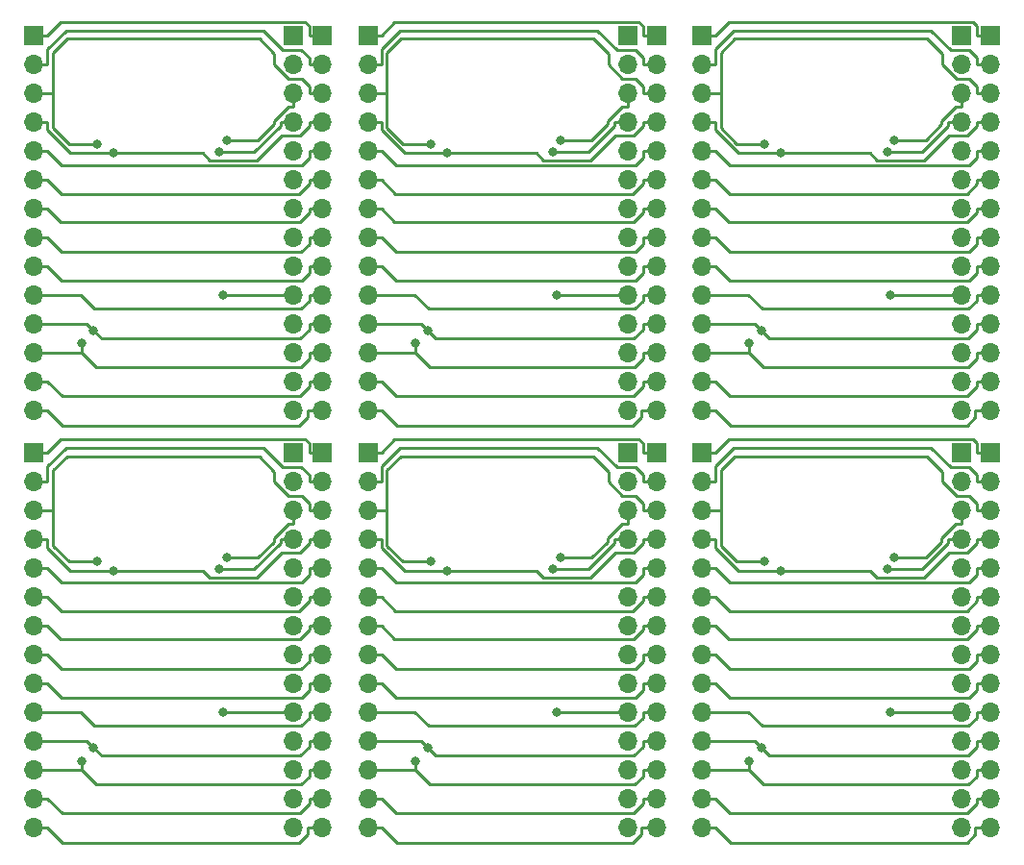
<source format=gbr>
G04 #@! TF.GenerationSoftware,KiCad,Pcbnew,5.1.5+dfsg1-2build2*
G04 #@! TF.CreationDate,2022-08-21T19:05:58-05:00*
G04 #@! TF.ProjectId,,58585858-5858-4585-9858-585858585858,rev?*
G04 #@! TF.SameCoordinates,Original*
G04 #@! TF.FileFunction,Copper,L2,Bot*
G04 #@! TF.FilePolarity,Positive*
%FSLAX46Y46*%
G04 Gerber Fmt 4.6, Leading zero omitted, Abs format (unit mm)*
G04 Created by KiCad (PCBNEW 5.1.5+dfsg1-2build2) date 2022-08-21 19:05:58*
%MOMM*%
%LPD*%
G04 APERTURE LIST*
%ADD10R,1.700000X1.700000*%
%ADD11O,1.700000X1.700000*%
%ADD12C,0.800000*%
%ADD13C,0.250000*%
G04 APERTURE END LIST*
D10*
X176763800Y-84865720D03*
D11*
X176763800Y-87405720D03*
X176763800Y-89945720D03*
X176763800Y-92485720D03*
X176763800Y-95025720D03*
X176763800Y-97565720D03*
X176763800Y-100105720D03*
X176763800Y-102645720D03*
X176763800Y-105185720D03*
X176763800Y-107725720D03*
X176763800Y-110265720D03*
X176763800Y-112805720D03*
X176763800Y-115345720D03*
X176763800Y-117885720D03*
D10*
X147363800Y-84865720D03*
D11*
X147363800Y-87405720D03*
X147363800Y-89945720D03*
X147363800Y-92485720D03*
X147363800Y-95025720D03*
X147363800Y-97565720D03*
X147363800Y-100105720D03*
X147363800Y-102645720D03*
X147363800Y-105185720D03*
X147363800Y-107725720D03*
X147363800Y-110265720D03*
X147363800Y-112805720D03*
X147363800Y-115345720D03*
X147363800Y-117885720D03*
D10*
X117963800Y-84865720D03*
D11*
X117963800Y-87405720D03*
X117963800Y-89945720D03*
X117963800Y-92485720D03*
X117963800Y-95025720D03*
X117963800Y-97565720D03*
X117963800Y-100105720D03*
X117963800Y-102645720D03*
X117963800Y-105185720D03*
X117963800Y-107725720D03*
X117963800Y-110265720D03*
X117963800Y-112805720D03*
X117963800Y-115345720D03*
X117963800Y-117885720D03*
D10*
X176763800Y-48105720D03*
D11*
X176763800Y-50645720D03*
X176763800Y-53185720D03*
X176763800Y-55725720D03*
X176763800Y-58265720D03*
X176763800Y-60805720D03*
X176763800Y-63345720D03*
X176763800Y-65885720D03*
X176763800Y-68425720D03*
X176763800Y-70965720D03*
X176763800Y-73505720D03*
X176763800Y-76045720D03*
X176763800Y-78585720D03*
X176763800Y-81125720D03*
D10*
X147363800Y-48105720D03*
D11*
X147363800Y-50645720D03*
X147363800Y-53185720D03*
X147363800Y-55725720D03*
X147363800Y-58265720D03*
X147363800Y-60805720D03*
X147363800Y-63345720D03*
X147363800Y-65885720D03*
X147363800Y-68425720D03*
X147363800Y-70965720D03*
X147363800Y-73505720D03*
X147363800Y-76045720D03*
X147363800Y-78585720D03*
X147363800Y-81125720D03*
D10*
X151363800Y-84865720D03*
D11*
X151363800Y-87405720D03*
X151363800Y-89945720D03*
X151363800Y-92485720D03*
X151363800Y-95025720D03*
X151363800Y-97565720D03*
X151363800Y-100105720D03*
X151363800Y-102645720D03*
X151363800Y-105185720D03*
X151363800Y-107725720D03*
X151363800Y-110265720D03*
X151363800Y-112805720D03*
X151363800Y-115345720D03*
X151363800Y-117885720D03*
D10*
X121963800Y-84865720D03*
D11*
X121963800Y-87405720D03*
X121963800Y-89945720D03*
X121963800Y-92485720D03*
X121963800Y-95025720D03*
X121963800Y-97565720D03*
X121963800Y-100105720D03*
X121963800Y-102645720D03*
X121963800Y-105185720D03*
X121963800Y-107725720D03*
X121963800Y-110265720D03*
X121963800Y-112805720D03*
X121963800Y-115345720D03*
X121963800Y-117885720D03*
D10*
X92563800Y-84865720D03*
D11*
X92563800Y-87405720D03*
X92563800Y-89945720D03*
X92563800Y-92485720D03*
X92563800Y-95025720D03*
X92563800Y-97565720D03*
X92563800Y-100105720D03*
X92563800Y-102645720D03*
X92563800Y-105185720D03*
X92563800Y-107725720D03*
X92563800Y-110265720D03*
X92563800Y-112805720D03*
X92563800Y-115345720D03*
X92563800Y-117885720D03*
D10*
X151363800Y-48105720D03*
D11*
X151363800Y-50645720D03*
X151363800Y-53185720D03*
X151363800Y-55725720D03*
X151363800Y-58265720D03*
X151363800Y-60805720D03*
X151363800Y-63345720D03*
X151363800Y-65885720D03*
X151363800Y-68425720D03*
X151363800Y-70965720D03*
X151363800Y-73505720D03*
X151363800Y-76045720D03*
X151363800Y-78585720D03*
X151363800Y-81125720D03*
D10*
X121963800Y-48105720D03*
D11*
X121963800Y-50645720D03*
X121963800Y-53185720D03*
X121963800Y-55725720D03*
X121963800Y-58265720D03*
X121963800Y-60805720D03*
X121963800Y-63345720D03*
X121963800Y-65885720D03*
X121963800Y-68425720D03*
X121963800Y-70965720D03*
X121963800Y-73505720D03*
X121963800Y-76045720D03*
X121963800Y-78585720D03*
X121963800Y-81125720D03*
D10*
X174223800Y-84865720D03*
D11*
X174223800Y-87405720D03*
X174223800Y-89945720D03*
X174223800Y-92485720D03*
X174223800Y-95025720D03*
X174223800Y-97565720D03*
X174223800Y-100105720D03*
X174223800Y-102645720D03*
X174223800Y-105185720D03*
X174223800Y-107725720D03*
X174223800Y-110265720D03*
X174223800Y-112805720D03*
X174223800Y-115345720D03*
X174223800Y-117885720D03*
D10*
X144823800Y-84865720D03*
D11*
X144823800Y-87405720D03*
X144823800Y-89945720D03*
X144823800Y-92485720D03*
X144823800Y-95025720D03*
X144823800Y-97565720D03*
X144823800Y-100105720D03*
X144823800Y-102645720D03*
X144823800Y-105185720D03*
X144823800Y-107725720D03*
X144823800Y-110265720D03*
X144823800Y-112805720D03*
X144823800Y-115345720D03*
X144823800Y-117885720D03*
D10*
X115423800Y-84865720D03*
D11*
X115423800Y-87405720D03*
X115423800Y-89945720D03*
X115423800Y-92485720D03*
X115423800Y-95025720D03*
X115423800Y-97565720D03*
X115423800Y-100105720D03*
X115423800Y-102645720D03*
X115423800Y-105185720D03*
X115423800Y-107725720D03*
X115423800Y-110265720D03*
X115423800Y-112805720D03*
X115423800Y-115345720D03*
X115423800Y-117885720D03*
D10*
X174223800Y-48105720D03*
D11*
X174223800Y-50645720D03*
X174223800Y-53185720D03*
X174223800Y-55725720D03*
X174223800Y-58265720D03*
X174223800Y-60805720D03*
X174223800Y-63345720D03*
X174223800Y-65885720D03*
X174223800Y-68425720D03*
X174223800Y-70965720D03*
X174223800Y-73505720D03*
X174223800Y-76045720D03*
X174223800Y-78585720D03*
X174223800Y-81125720D03*
D10*
X144823800Y-48105720D03*
D11*
X144823800Y-50645720D03*
X144823800Y-53185720D03*
X144823800Y-55725720D03*
X144823800Y-58265720D03*
X144823800Y-60805720D03*
X144823800Y-63345720D03*
X144823800Y-65885720D03*
X144823800Y-68425720D03*
X144823800Y-70965720D03*
X144823800Y-73505720D03*
X144823800Y-76045720D03*
X144823800Y-78585720D03*
X144823800Y-81125720D03*
X117963800Y-81125720D03*
X117963800Y-78585720D03*
X117963800Y-76045720D03*
X117963800Y-73505720D03*
X117963800Y-70965720D03*
X117963800Y-68425720D03*
X117963800Y-65885720D03*
X117963800Y-63345720D03*
X117963800Y-60805720D03*
X117963800Y-58265720D03*
X117963800Y-55725720D03*
X117963800Y-53185720D03*
X117963800Y-50645720D03*
D10*
X117963800Y-48105720D03*
D11*
X115423800Y-81125720D03*
X115423800Y-78585720D03*
X115423800Y-76045720D03*
X115423800Y-73505720D03*
X115423800Y-70965720D03*
X115423800Y-68425720D03*
X115423800Y-65885720D03*
X115423800Y-63345720D03*
X115423800Y-60805720D03*
X115423800Y-58265720D03*
X115423800Y-55725720D03*
X115423800Y-53185720D03*
X115423800Y-50645720D03*
D10*
X115423800Y-48105720D03*
D11*
X92563800Y-81125720D03*
X92563800Y-78585720D03*
X92563800Y-76045720D03*
X92563800Y-73505720D03*
X92563800Y-70965720D03*
X92563800Y-68425720D03*
X92563800Y-65885720D03*
X92563800Y-63345720D03*
X92563800Y-60805720D03*
X92563800Y-58265720D03*
X92563800Y-55725720D03*
X92563800Y-53185720D03*
X92563800Y-50645720D03*
D10*
X92563800Y-48105720D03*
D12*
X109189520Y-70947280D03*
X138589520Y-70947280D03*
X167989520Y-70947280D03*
X109189520Y-107707280D03*
X138589520Y-107707280D03*
X167989520Y-107707280D03*
X96740800Y-75254820D03*
X126140800Y-75254820D03*
X155540800Y-75254820D03*
X96740800Y-112014820D03*
X126140800Y-112014820D03*
X155540800Y-112014820D03*
X97800160Y-74086720D03*
X127200160Y-74086720D03*
X156600160Y-74086720D03*
X97800160Y-110846720D03*
X127200160Y-110846720D03*
X156600160Y-110846720D03*
X99552760Y-58496200D03*
X128952760Y-58496200D03*
X158352760Y-58496200D03*
X99552760Y-95256200D03*
X128952760Y-95256200D03*
X158352760Y-95256200D03*
X98099880Y-57668160D03*
X127499880Y-57668160D03*
X156899880Y-57668160D03*
X98099880Y-94428160D03*
X127499880Y-94428160D03*
X156899880Y-94428160D03*
X108884720Y-58352220D03*
X138284720Y-58352220D03*
X167684720Y-58352220D03*
X108884720Y-95112220D03*
X138284720Y-95112220D03*
X167684720Y-95112220D03*
X109540040Y-57353200D03*
X138940040Y-57353200D03*
X168340040Y-57353200D03*
X109540040Y-94113200D03*
X138940040Y-94113200D03*
X168340040Y-94113200D03*
D13*
X95377000Y-47665640D02*
X93739100Y-49303540D01*
X112755680Y-47665640D02*
X95377000Y-47665640D01*
X114493040Y-49403000D02*
X112755680Y-47665640D01*
X116098320Y-49403000D02*
X114493040Y-49403000D01*
X116788500Y-50093180D02*
X116098320Y-49403000D01*
X116788500Y-50645720D02*
X116788500Y-50093180D01*
X93739100Y-50645720D02*
X92563800Y-50645720D01*
X93739100Y-49303540D02*
X93739100Y-50645720D01*
X117963800Y-50645720D02*
X116788500Y-50645720D01*
X146188500Y-50645720D02*
X146188500Y-50093180D01*
X175588500Y-50645720D02*
X175588500Y-50093180D01*
X116788500Y-87405720D02*
X116788500Y-86853180D01*
X146188500Y-87405720D02*
X146188500Y-86853180D01*
X175588500Y-87405720D02*
X175588500Y-86853180D01*
X123139100Y-50645720D02*
X121963800Y-50645720D01*
X152539100Y-50645720D02*
X151363800Y-50645720D01*
X93739100Y-87405720D02*
X92563800Y-87405720D01*
X123139100Y-87405720D02*
X121963800Y-87405720D01*
X152539100Y-87405720D02*
X151363800Y-87405720D01*
X146188500Y-50093180D02*
X145498320Y-49403000D01*
X175588500Y-50093180D02*
X174898320Y-49403000D01*
X116788500Y-86853180D02*
X116098320Y-86163000D01*
X146188500Y-86853180D02*
X145498320Y-86163000D01*
X175588500Y-86853180D02*
X174898320Y-86163000D01*
X124777000Y-47665640D02*
X123139100Y-49303540D01*
X154177000Y-47665640D02*
X152539100Y-49303540D01*
X95377000Y-84425640D02*
X93739100Y-86063540D01*
X124777000Y-84425640D02*
X123139100Y-86063540D01*
X154177000Y-84425640D02*
X152539100Y-86063540D01*
X123139100Y-49303540D02*
X123139100Y-50645720D01*
X152539100Y-49303540D02*
X152539100Y-50645720D01*
X93739100Y-86063540D02*
X93739100Y-87405720D01*
X123139100Y-86063540D02*
X123139100Y-87405720D01*
X152539100Y-86063540D02*
X152539100Y-87405720D01*
X147363800Y-50645720D02*
X146188500Y-50645720D01*
X176763800Y-50645720D02*
X175588500Y-50645720D01*
X117963800Y-87405720D02*
X116788500Y-87405720D01*
X147363800Y-87405720D02*
X146188500Y-87405720D01*
X176763800Y-87405720D02*
X175588500Y-87405720D01*
X143893040Y-49403000D02*
X142155680Y-47665640D01*
X173293040Y-49403000D02*
X171555680Y-47665640D01*
X114493040Y-86163000D02*
X112755680Y-84425640D01*
X143893040Y-86163000D02*
X142155680Y-84425640D01*
X173293040Y-86163000D02*
X171555680Y-84425640D01*
X142155680Y-47665640D02*
X124777000Y-47665640D01*
X171555680Y-47665640D02*
X154177000Y-47665640D01*
X112755680Y-84425640D02*
X95377000Y-84425640D01*
X142155680Y-84425640D02*
X124777000Y-84425640D01*
X171555680Y-84425640D02*
X154177000Y-84425640D01*
X145498320Y-49403000D02*
X143893040Y-49403000D01*
X174898320Y-49403000D02*
X173293040Y-49403000D01*
X116098320Y-86163000D02*
X114493040Y-86163000D01*
X145498320Y-86163000D02*
X143893040Y-86163000D01*
X174898320Y-86163000D02*
X173293040Y-86163000D01*
X92563800Y-48105720D02*
X93739100Y-48105720D01*
X117963800Y-48105720D02*
X116788500Y-48105720D01*
X116788500Y-48105720D02*
X116788500Y-47297720D01*
X116788500Y-47297720D02*
X116421200Y-46930420D01*
X116421200Y-46930420D02*
X94914400Y-46930420D01*
X94914400Y-46930420D02*
X93739100Y-48105720D01*
X147363800Y-48105720D02*
X146188500Y-48105720D01*
X176763800Y-48105720D02*
X175588500Y-48105720D01*
X117963800Y-84865720D02*
X116788500Y-84865720D01*
X147363800Y-84865720D02*
X146188500Y-84865720D01*
X176763800Y-84865720D02*
X175588500Y-84865720D01*
X121963800Y-48105720D02*
X123139100Y-48105720D01*
X151363800Y-48105720D02*
X152539100Y-48105720D01*
X92563800Y-84865720D02*
X93739100Y-84865720D01*
X121963800Y-84865720D02*
X123139100Y-84865720D01*
X151363800Y-84865720D02*
X152539100Y-84865720D01*
X145821200Y-46930420D02*
X124314400Y-46930420D01*
X175221200Y-46930420D02*
X153714400Y-46930420D01*
X116421200Y-83690420D02*
X94914400Y-83690420D01*
X145821200Y-83690420D02*
X124314400Y-83690420D01*
X175221200Y-83690420D02*
X153714400Y-83690420D01*
X146188500Y-47297720D02*
X145821200Y-46930420D01*
X175588500Y-47297720D02*
X175221200Y-46930420D01*
X116788500Y-84057720D02*
X116421200Y-83690420D01*
X146188500Y-84057720D02*
X145821200Y-83690420D01*
X175588500Y-84057720D02*
X175221200Y-83690420D01*
X124314400Y-46930420D02*
X123139100Y-48105720D01*
X153714400Y-46930420D02*
X152539100Y-48105720D01*
X94914400Y-83690420D02*
X93739100Y-84865720D01*
X124314400Y-83690420D02*
X123139100Y-84865720D01*
X153714400Y-83690420D02*
X152539100Y-84865720D01*
X146188500Y-48105720D02*
X146188500Y-47297720D01*
X175588500Y-48105720D02*
X175588500Y-47297720D01*
X116788500Y-84865720D02*
X116788500Y-84057720D01*
X146188500Y-84865720D02*
X146188500Y-84057720D01*
X175588500Y-84865720D02*
X175588500Y-84057720D01*
X109207960Y-70965720D02*
X109189520Y-70947280D01*
X115423800Y-70965720D02*
X109207960Y-70965720D01*
X138607960Y-70965720D02*
X138589520Y-70947280D01*
X168007960Y-70965720D02*
X167989520Y-70947280D01*
X109207960Y-107725720D02*
X109189520Y-107707280D01*
X138607960Y-107725720D02*
X138589520Y-107707280D01*
X168007960Y-107725720D02*
X167989520Y-107707280D01*
X144823800Y-70965720D02*
X138607960Y-70965720D01*
X174223800Y-70965720D02*
X168007960Y-70965720D01*
X115423800Y-107725720D02*
X109207960Y-107725720D01*
X144823800Y-107725720D02*
X138607960Y-107725720D01*
X174223800Y-107725720D02*
X168007960Y-107725720D01*
X93739100Y-78585720D02*
X92563800Y-78585720D01*
X95031300Y-79877920D02*
X93739100Y-78585720D01*
X116788500Y-79035340D02*
X115945920Y-79877920D01*
X115945920Y-79877920D02*
X95031300Y-79877920D01*
X116788500Y-78585720D02*
X116788500Y-79035340D01*
X117963800Y-78585720D02*
X116788500Y-78585720D01*
X146188500Y-78585720D02*
X146188500Y-79035340D01*
X175588500Y-78585720D02*
X175588500Y-79035340D01*
X116788500Y-115345720D02*
X116788500Y-115795340D01*
X146188500Y-115345720D02*
X146188500Y-115795340D01*
X175588500Y-115345720D02*
X175588500Y-115795340D01*
X146188500Y-79035340D02*
X145345920Y-79877920D01*
X175588500Y-79035340D02*
X174745920Y-79877920D01*
X116788500Y-115795340D02*
X115945920Y-116637920D01*
X146188500Y-115795340D02*
X145345920Y-116637920D01*
X175588500Y-115795340D02*
X174745920Y-116637920D01*
X123139100Y-78585720D02*
X121963800Y-78585720D01*
X152539100Y-78585720D02*
X151363800Y-78585720D01*
X93739100Y-115345720D02*
X92563800Y-115345720D01*
X123139100Y-115345720D02*
X121963800Y-115345720D01*
X152539100Y-115345720D02*
X151363800Y-115345720D01*
X147363800Y-78585720D02*
X146188500Y-78585720D01*
X176763800Y-78585720D02*
X175588500Y-78585720D01*
X117963800Y-115345720D02*
X116788500Y-115345720D01*
X147363800Y-115345720D02*
X146188500Y-115345720D01*
X176763800Y-115345720D02*
X175588500Y-115345720D01*
X145345920Y-79877920D02*
X124431300Y-79877920D01*
X174745920Y-79877920D02*
X153831300Y-79877920D01*
X115945920Y-116637920D02*
X95031300Y-116637920D01*
X145345920Y-116637920D02*
X124431300Y-116637920D01*
X174745920Y-116637920D02*
X153831300Y-116637920D01*
X124431300Y-79877920D02*
X123139100Y-78585720D01*
X153831300Y-79877920D02*
X152539100Y-78585720D01*
X95031300Y-116637920D02*
X93739100Y-115345720D01*
X124431300Y-116637920D02*
X123139100Y-115345720D01*
X153831300Y-116637920D02*
X152539100Y-115345720D01*
X96740800Y-76045720D02*
X96740800Y-75254820D01*
X96740800Y-76045720D02*
X93739100Y-76045720D01*
X92563800Y-76045720D02*
X93739100Y-76045720D01*
X98027920Y-77332840D02*
X96740800Y-76045720D01*
X116788500Y-76607100D02*
X116062760Y-77332840D01*
X116788500Y-76045720D02*
X116788500Y-76607100D01*
X116062760Y-77332840D02*
X98027920Y-77332840D01*
X117963800Y-76045720D02*
X116788500Y-76045720D01*
X145462760Y-77332840D02*
X127427920Y-77332840D01*
X174862760Y-77332840D02*
X156827920Y-77332840D01*
X116062760Y-114092840D02*
X98027920Y-114092840D01*
X145462760Y-114092840D02*
X127427920Y-114092840D01*
X174862760Y-114092840D02*
X156827920Y-114092840D01*
X146188500Y-76045720D02*
X146188500Y-76607100D01*
X175588500Y-76045720D02*
X175588500Y-76607100D01*
X116788500Y-112805720D02*
X116788500Y-113367100D01*
X146188500Y-112805720D02*
X146188500Y-113367100D01*
X175588500Y-112805720D02*
X175588500Y-113367100D01*
X127427920Y-77332840D02*
X126140800Y-76045720D01*
X156827920Y-77332840D02*
X155540800Y-76045720D01*
X98027920Y-114092840D02*
X96740800Y-112805720D01*
X127427920Y-114092840D02*
X126140800Y-112805720D01*
X156827920Y-114092840D02*
X155540800Y-112805720D01*
X146188500Y-76607100D02*
X145462760Y-77332840D01*
X175588500Y-76607100D02*
X174862760Y-77332840D01*
X116788500Y-113367100D02*
X116062760Y-114092840D01*
X146188500Y-113367100D02*
X145462760Y-114092840D01*
X175588500Y-113367100D02*
X174862760Y-114092840D01*
X121963800Y-76045720D02*
X123139100Y-76045720D01*
X151363800Y-76045720D02*
X152539100Y-76045720D01*
X92563800Y-112805720D02*
X93739100Y-112805720D01*
X121963800Y-112805720D02*
X123139100Y-112805720D01*
X151363800Y-112805720D02*
X152539100Y-112805720D01*
X126140800Y-76045720D02*
X123139100Y-76045720D01*
X155540800Y-76045720D02*
X152539100Y-76045720D01*
X96740800Y-112805720D02*
X93739100Y-112805720D01*
X126140800Y-112805720D02*
X123139100Y-112805720D01*
X155540800Y-112805720D02*
X152539100Y-112805720D01*
X126140800Y-76045720D02*
X126140800Y-75254820D01*
X155540800Y-76045720D02*
X155540800Y-75254820D01*
X96740800Y-112805720D02*
X96740800Y-112014820D01*
X126140800Y-112805720D02*
X126140800Y-112014820D01*
X155540800Y-112805720D02*
X155540800Y-112014820D01*
X147363800Y-76045720D02*
X146188500Y-76045720D01*
X176763800Y-76045720D02*
X175588500Y-76045720D01*
X117963800Y-112805720D02*
X116788500Y-112805720D01*
X147363800Y-112805720D02*
X146188500Y-112805720D01*
X176763800Y-112805720D02*
X175588500Y-112805720D01*
X97800160Y-74086720D02*
X97219160Y-73505720D01*
X97219160Y-73505720D02*
X92563800Y-73505720D01*
X116788500Y-73505720D02*
X117963800Y-73505720D01*
X116788500Y-74031540D02*
X116788500Y-73505720D01*
X115996720Y-74823320D02*
X116788500Y-74031540D01*
X98536760Y-74823320D02*
X115996720Y-74823320D01*
X97800160Y-74086720D02*
X98536760Y-74823320D01*
X146188500Y-74031540D02*
X146188500Y-73505720D01*
X175588500Y-74031540D02*
X175588500Y-73505720D01*
X116788500Y-110791540D02*
X116788500Y-110265720D01*
X146188500Y-110791540D02*
X146188500Y-110265720D01*
X175588500Y-110791540D02*
X175588500Y-110265720D01*
X127200160Y-74086720D02*
X127936760Y-74823320D01*
X156600160Y-74086720D02*
X157336760Y-74823320D01*
X97800160Y-110846720D02*
X98536760Y-111583320D01*
X127200160Y-110846720D02*
X127936760Y-111583320D01*
X156600160Y-110846720D02*
X157336760Y-111583320D01*
X127936760Y-74823320D02*
X145396720Y-74823320D01*
X157336760Y-74823320D02*
X174796720Y-74823320D01*
X98536760Y-111583320D02*
X115996720Y-111583320D01*
X127936760Y-111583320D02*
X145396720Y-111583320D01*
X157336760Y-111583320D02*
X174796720Y-111583320D01*
X145396720Y-74823320D02*
X146188500Y-74031540D01*
X174796720Y-74823320D02*
X175588500Y-74031540D01*
X115996720Y-111583320D02*
X116788500Y-110791540D01*
X145396720Y-111583320D02*
X146188500Y-110791540D01*
X174796720Y-111583320D02*
X175588500Y-110791540D01*
X127200160Y-74086720D02*
X126619160Y-73505720D01*
X156600160Y-74086720D02*
X156019160Y-73505720D01*
X97800160Y-110846720D02*
X97219160Y-110265720D01*
X127200160Y-110846720D02*
X126619160Y-110265720D01*
X156600160Y-110846720D02*
X156019160Y-110265720D01*
X126619160Y-73505720D02*
X121963800Y-73505720D01*
X156019160Y-73505720D02*
X151363800Y-73505720D01*
X97219160Y-110265720D02*
X92563800Y-110265720D01*
X126619160Y-110265720D02*
X121963800Y-110265720D01*
X156019160Y-110265720D02*
X151363800Y-110265720D01*
X146188500Y-73505720D02*
X147363800Y-73505720D01*
X175588500Y-73505720D02*
X176763800Y-73505720D01*
X116788500Y-110265720D02*
X117963800Y-110265720D01*
X146188500Y-110265720D02*
X147363800Y-110265720D01*
X175588500Y-110265720D02*
X176763800Y-110265720D01*
X93739100Y-70965720D02*
X92563800Y-70965720D01*
X96666900Y-70965720D02*
X93739100Y-70965720D01*
X97898140Y-72196960D02*
X96666900Y-70965720D01*
X116047520Y-72196960D02*
X97898140Y-72196960D01*
X116788500Y-71455980D02*
X116047520Y-72196960D01*
X116788500Y-70965720D02*
X116788500Y-71455980D01*
X117963800Y-70965720D02*
X116788500Y-70965720D01*
X146188500Y-70965720D02*
X146188500Y-71455980D01*
X175588500Y-70965720D02*
X175588500Y-71455980D01*
X116788500Y-107725720D02*
X116788500Y-108215980D01*
X146188500Y-107725720D02*
X146188500Y-108215980D01*
X175588500Y-107725720D02*
X175588500Y-108215980D01*
X145447520Y-72196960D02*
X127298140Y-72196960D01*
X174847520Y-72196960D02*
X156698140Y-72196960D01*
X116047520Y-108956960D02*
X97898140Y-108956960D01*
X145447520Y-108956960D02*
X127298140Y-108956960D01*
X174847520Y-108956960D02*
X156698140Y-108956960D01*
X146188500Y-71455980D02*
X145447520Y-72196960D01*
X175588500Y-71455980D02*
X174847520Y-72196960D01*
X116788500Y-108215980D02*
X116047520Y-108956960D01*
X146188500Y-108215980D02*
X145447520Y-108956960D01*
X175588500Y-108215980D02*
X174847520Y-108956960D01*
X127298140Y-72196960D02*
X126066900Y-70965720D01*
X156698140Y-72196960D02*
X155466900Y-70965720D01*
X97898140Y-108956960D02*
X96666900Y-107725720D01*
X127298140Y-108956960D02*
X126066900Y-107725720D01*
X156698140Y-108956960D02*
X155466900Y-107725720D01*
X147363800Y-70965720D02*
X146188500Y-70965720D01*
X176763800Y-70965720D02*
X175588500Y-70965720D01*
X117963800Y-107725720D02*
X116788500Y-107725720D01*
X147363800Y-107725720D02*
X146188500Y-107725720D01*
X176763800Y-107725720D02*
X175588500Y-107725720D01*
X126066900Y-70965720D02*
X123139100Y-70965720D01*
X155466900Y-70965720D02*
X152539100Y-70965720D01*
X96666900Y-107725720D02*
X93739100Y-107725720D01*
X126066900Y-107725720D02*
X123139100Y-107725720D01*
X155466900Y-107725720D02*
X152539100Y-107725720D01*
X123139100Y-70965720D02*
X121963800Y-70965720D01*
X152539100Y-70965720D02*
X151363800Y-70965720D01*
X93739100Y-107725720D02*
X92563800Y-107725720D01*
X123139100Y-107725720D02*
X121963800Y-107725720D01*
X152539100Y-107725720D02*
X151363800Y-107725720D01*
X93739100Y-68425720D02*
X92563800Y-68425720D01*
X95016060Y-69702680D02*
X93739100Y-68425720D01*
X116128800Y-69702680D02*
X95016060Y-69702680D01*
X116788500Y-69042980D02*
X116128800Y-69702680D01*
X116788500Y-68425720D02*
X116788500Y-69042980D01*
X117963800Y-68425720D02*
X116788500Y-68425720D01*
X124416060Y-69702680D02*
X123139100Y-68425720D01*
X153816060Y-69702680D02*
X152539100Y-68425720D01*
X95016060Y-106462680D02*
X93739100Y-105185720D01*
X124416060Y-106462680D02*
X123139100Y-105185720D01*
X153816060Y-106462680D02*
X152539100Y-105185720D01*
X123139100Y-68425720D02*
X121963800Y-68425720D01*
X152539100Y-68425720D02*
X151363800Y-68425720D01*
X93739100Y-105185720D02*
X92563800Y-105185720D01*
X123139100Y-105185720D02*
X121963800Y-105185720D01*
X152539100Y-105185720D02*
X151363800Y-105185720D01*
X145528800Y-69702680D02*
X124416060Y-69702680D01*
X174928800Y-69702680D02*
X153816060Y-69702680D01*
X116128800Y-106462680D02*
X95016060Y-106462680D01*
X145528800Y-106462680D02*
X124416060Y-106462680D01*
X174928800Y-106462680D02*
X153816060Y-106462680D01*
X147363800Y-68425720D02*
X146188500Y-68425720D01*
X176763800Y-68425720D02*
X175588500Y-68425720D01*
X117963800Y-105185720D02*
X116788500Y-105185720D01*
X147363800Y-105185720D02*
X146188500Y-105185720D01*
X176763800Y-105185720D02*
X175588500Y-105185720D01*
X146188500Y-69042980D02*
X145528800Y-69702680D01*
X175588500Y-69042980D02*
X174928800Y-69702680D01*
X116788500Y-105802980D02*
X116128800Y-106462680D01*
X146188500Y-105802980D02*
X145528800Y-106462680D01*
X175588500Y-105802980D02*
X174928800Y-106462680D01*
X146188500Y-68425720D02*
X146188500Y-69042980D01*
X175588500Y-68425720D02*
X175588500Y-69042980D01*
X116788500Y-105185720D02*
X116788500Y-105802980D01*
X146188500Y-105185720D02*
X146188500Y-105802980D01*
X175588500Y-105185720D02*
X175588500Y-105802980D01*
X93739100Y-65885720D02*
X92563800Y-65885720D01*
X116088160Y-67167760D02*
X95021140Y-67167760D01*
X116788500Y-66467420D02*
X116088160Y-67167760D01*
X116788500Y-65885720D02*
X116788500Y-66467420D01*
X95021140Y-67167760D02*
X93739100Y-65885720D01*
X117963800Y-65885720D02*
X116788500Y-65885720D01*
X147363800Y-65885720D02*
X146188500Y-65885720D01*
X176763800Y-65885720D02*
X175588500Y-65885720D01*
X117963800Y-102645720D02*
X116788500Y-102645720D01*
X147363800Y-102645720D02*
X146188500Y-102645720D01*
X176763800Y-102645720D02*
X175588500Y-102645720D01*
X124421140Y-67167760D02*
X123139100Y-65885720D01*
X153821140Y-67167760D02*
X152539100Y-65885720D01*
X95021140Y-103927760D02*
X93739100Y-102645720D01*
X124421140Y-103927760D02*
X123139100Y-102645720D01*
X153821140Y-103927760D02*
X152539100Y-102645720D01*
X146188500Y-65885720D02*
X146188500Y-66467420D01*
X175588500Y-65885720D02*
X175588500Y-66467420D01*
X116788500Y-102645720D02*
X116788500Y-103227420D01*
X146188500Y-102645720D02*
X146188500Y-103227420D01*
X175588500Y-102645720D02*
X175588500Y-103227420D01*
X145488160Y-67167760D02*
X124421140Y-67167760D01*
X174888160Y-67167760D02*
X153821140Y-67167760D01*
X116088160Y-103927760D02*
X95021140Y-103927760D01*
X145488160Y-103927760D02*
X124421140Y-103927760D01*
X174888160Y-103927760D02*
X153821140Y-103927760D01*
X146188500Y-66467420D02*
X145488160Y-67167760D01*
X175588500Y-66467420D02*
X174888160Y-67167760D01*
X116788500Y-103227420D02*
X116088160Y-103927760D01*
X146188500Y-103227420D02*
X145488160Y-103927760D01*
X175588500Y-103227420D02*
X174888160Y-103927760D01*
X123139100Y-65885720D02*
X121963800Y-65885720D01*
X152539100Y-65885720D02*
X151363800Y-65885720D01*
X93739100Y-102645720D02*
X92563800Y-102645720D01*
X123139100Y-102645720D02*
X121963800Y-102645720D01*
X152539100Y-102645720D02*
X151363800Y-102645720D01*
X92563800Y-63345720D02*
X93739100Y-63345720D01*
X117963800Y-63345720D02*
X116788500Y-63345720D01*
X116788500Y-63345720D02*
X116788500Y-63713020D01*
X116788500Y-63713020D02*
X115980500Y-64521020D01*
X115980500Y-64521020D02*
X94914400Y-64521020D01*
X94914400Y-64521020D02*
X93739100Y-63345720D01*
X146188500Y-63713020D02*
X145380500Y-64521020D01*
X175588500Y-63713020D02*
X174780500Y-64521020D01*
X116788500Y-100473020D02*
X115980500Y-101281020D01*
X146188500Y-100473020D02*
X145380500Y-101281020D01*
X175588500Y-100473020D02*
X174780500Y-101281020D01*
X145380500Y-64521020D02*
X124314400Y-64521020D01*
X174780500Y-64521020D02*
X153714400Y-64521020D01*
X115980500Y-101281020D02*
X94914400Y-101281020D01*
X145380500Y-101281020D02*
X124314400Y-101281020D01*
X174780500Y-101281020D02*
X153714400Y-101281020D01*
X147363800Y-63345720D02*
X146188500Y-63345720D01*
X176763800Y-63345720D02*
X175588500Y-63345720D01*
X117963800Y-100105720D02*
X116788500Y-100105720D01*
X147363800Y-100105720D02*
X146188500Y-100105720D01*
X176763800Y-100105720D02*
X175588500Y-100105720D01*
X121963800Y-63345720D02*
X123139100Y-63345720D01*
X151363800Y-63345720D02*
X152539100Y-63345720D01*
X92563800Y-100105720D02*
X93739100Y-100105720D01*
X121963800Y-100105720D02*
X123139100Y-100105720D01*
X151363800Y-100105720D02*
X152539100Y-100105720D01*
X124314400Y-64521020D02*
X123139100Y-63345720D01*
X153714400Y-64521020D02*
X152539100Y-63345720D01*
X94914400Y-101281020D02*
X93739100Y-100105720D01*
X124314400Y-101281020D02*
X123139100Y-100105720D01*
X153714400Y-101281020D02*
X152539100Y-100105720D01*
X146188500Y-63345720D02*
X146188500Y-63713020D01*
X175588500Y-63345720D02*
X175588500Y-63713020D01*
X116788500Y-100105720D02*
X116788500Y-100473020D01*
X146188500Y-100105720D02*
X146188500Y-100473020D01*
X175588500Y-100105720D02*
X175588500Y-100473020D01*
X93739100Y-60805720D02*
X92563800Y-60805720D01*
X115899160Y-62062360D02*
X94995740Y-62062360D01*
X116788500Y-61173020D02*
X115899160Y-62062360D01*
X94995740Y-62062360D02*
X93739100Y-60805720D01*
X116788500Y-60805720D02*
X116788500Y-61173020D01*
X117963800Y-60805720D02*
X116788500Y-60805720D01*
X123139100Y-60805720D02*
X121963800Y-60805720D01*
X152539100Y-60805720D02*
X151363800Y-60805720D01*
X93739100Y-97565720D02*
X92563800Y-97565720D01*
X123139100Y-97565720D02*
X121963800Y-97565720D01*
X152539100Y-97565720D02*
X151363800Y-97565720D01*
X124395740Y-62062360D02*
X123139100Y-60805720D01*
X153795740Y-62062360D02*
X152539100Y-60805720D01*
X94995740Y-98822360D02*
X93739100Y-97565720D01*
X124395740Y-98822360D02*
X123139100Y-97565720D01*
X153795740Y-98822360D02*
X152539100Y-97565720D01*
X146188500Y-60805720D02*
X146188500Y-61173020D01*
X175588500Y-60805720D02*
X175588500Y-61173020D01*
X116788500Y-97565720D02*
X116788500Y-97933020D01*
X146188500Y-97565720D02*
X146188500Y-97933020D01*
X175588500Y-97565720D02*
X175588500Y-97933020D01*
X146188500Y-61173020D02*
X145299160Y-62062360D01*
X175588500Y-61173020D02*
X174699160Y-62062360D01*
X116788500Y-97933020D02*
X115899160Y-98822360D01*
X146188500Y-97933020D02*
X145299160Y-98822360D01*
X175588500Y-97933020D02*
X174699160Y-98822360D01*
X145299160Y-62062360D02*
X124395740Y-62062360D01*
X174699160Y-62062360D02*
X153795740Y-62062360D01*
X115899160Y-98822360D02*
X94995740Y-98822360D01*
X145299160Y-98822360D02*
X124395740Y-98822360D01*
X174699160Y-98822360D02*
X153795740Y-98822360D01*
X147363800Y-60805720D02*
X146188500Y-60805720D01*
X176763800Y-60805720D02*
X175588500Y-60805720D01*
X117963800Y-97565720D02*
X116788500Y-97565720D01*
X147363800Y-97565720D02*
X146188500Y-97565720D01*
X176763800Y-97565720D02*
X175588500Y-97565720D01*
X116788500Y-58265720D02*
X117963800Y-58265720D01*
X116788500Y-58898220D02*
X116788500Y-58265720D01*
X116138960Y-59547760D02*
X116788500Y-58898220D01*
X95021140Y-59547760D02*
X116138960Y-59547760D01*
X93739100Y-58265720D02*
X95021140Y-59547760D01*
X92563800Y-58265720D02*
X93739100Y-58265720D01*
X123139100Y-58265720D02*
X124421140Y-59547760D01*
X152539100Y-58265720D02*
X153821140Y-59547760D01*
X93739100Y-95025720D02*
X95021140Y-96307760D01*
X123139100Y-95025720D02*
X124421140Y-96307760D01*
X152539100Y-95025720D02*
X153821140Y-96307760D01*
X124421140Y-59547760D02*
X145538960Y-59547760D01*
X153821140Y-59547760D02*
X174938960Y-59547760D01*
X95021140Y-96307760D02*
X116138960Y-96307760D01*
X124421140Y-96307760D02*
X145538960Y-96307760D01*
X153821140Y-96307760D02*
X174938960Y-96307760D01*
X145538960Y-59547760D02*
X146188500Y-58898220D01*
X174938960Y-59547760D02*
X175588500Y-58898220D01*
X116138960Y-96307760D02*
X116788500Y-95658220D01*
X145538960Y-96307760D02*
X146188500Y-95658220D01*
X174938960Y-96307760D02*
X175588500Y-95658220D01*
X121963800Y-58265720D02*
X123139100Y-58265720D01*
X151363800Y-58265720D02*
X152539100Y-58265720D01*
X92563800Y-95025720D02*
X93739100Y-95025720D01*
X121963800Y-95025720D02*
X123139100Y-95025720D01*
X151363800Y-95025720D02*
X152539100Y-95025720D01*
X146188500Y-58265720D02*
X147363800Y-58265720D01*
X175588500Y-58265720D02*
X176763800Y-58265720D01*
X116788500Y-95025720D02*
X117963800Y-95025720D01*
X146188500Y-95025720D02*
X147363800Y-95025720D01*
X175588500Y-95025720D02*
X176763800Y-95025720D01*
X146188500Y-58898220D02*
X146188500Y-58265720D01*
X175588500Y-58898220D02*
X175588500Y-58265720D01*
X116788500Y-95658220D02*
X116788500Y-95025720D01*
X146188500Y-95658220D02*
X146188500Y-95025720D01*
X175588500Y-95658220D02*
X175588500Y-95025720D01*
X99552760Y-58496200D02*
X95774980Y-58496200D01*
X95774980Y-58496200D02*
X93739100Y-56460320D01*
X93739100Y-55725720D02*
X92563800Y-55725720D01*
X93739100Y-56460320D02*
X93739100Y-55725720D01*
X116788500Y-55725720D02*
X117963800Y-55725720D01*
X116788500Y-56093120D02*
X116788500Y-55725720D01*
X115980600Y-56901020D02*
X116788500Y-56093120D01*
X114347000Y-56901020D02*
X115980600Y-56901020D01*
X112156900Y-59091120D02*
X114347000Y-56901020D01*
X108016600Y-59091120D02*
X112156900Y-59091120D01*
X107421680Y-58496200D02*
X108016600Y-59091120D01*
X99552760Y-58496200D02*
X107421680Y-58496200D01*
X123139100Y-56460320D02*
X123139100Y-55725720D01*
X152539100Y-56460320D02*
X152539100Y-55725720D01*
X93739100Y-93220320D02*
X93739100Y-92485720D01*
X123139100Y-93220320D02*
X123139100Y-92485720D01*
X152539100Y-93220320D02*
X152539100Y-92485720D01*
X128952760Y-58496200D02*
X125174980Y-58496200D01*
X158352760Y-58496200D02*
X154574980Y-58496200D01*
X99552760Y-95256200D02*
X95774980Y-95256200D01*
X128952760Y-95256200D02*
X125174980Y-95256200D01*
X158352760Y-95256200D02*
X154574980Y-95256200D01*
X136821680Y-58496200D02*
X137416600Y-59091120D01*
X166221680Y-58496200D02*
X166816600Y-59091120D01*
X107421680Y-95256200D02*
X108016600Y-95851120D01*
X136821680Y-95256200D02*
X137416600Y-95851120D01*
X166221680Y-95256200D02*
X166816600Y-95851120D01*
X125174980Y-58496200D02*
X123139100Y-56460320D01*
X154574980Y-58496200D02*
X152539100Y-56460320D01*
X95774980Y-95256200D02*
X93739100Y-93220320D01*
X125174980Y-95256200D02*
X123139100Y-93220320D01*
X154574980Y-95256200D02*
X152539100Y-93220320D01*
X146188500Y-56093120D02*
X146188500Y-55725720D01*
X175588500Y-56093120D02*
X175588500Y-55725720D01*
X116788500Y-92853120D02*
X116788500Y-92485720D01*
X146188500Y-92853120D02*
X146188500Y-92485720D01*
X175588500Y-92853120D02*
X175588500Y-92485720D01*
X145380600Y-56901020D02*
X146188500Y-56093120D01*
X174780600Y-56901020D02*
X175588500Y-56093120D01*
X115980600Y-93661020D02*
X116788500Y-92853120D01*
X145380600Y-93661020D02*
X146188500Y-92853120D01*
X174780600Y-93661020D02*
X175588500Y-92853120D01*
X143747000Y-56901020D02*
X145380600Y-56901020D01*
X173147000Y-56901020D02*
X174780600Y-56901020D01*
X114347000Y-93661020D02*
X115980600Y-93661020D01*
X143747000Y-93661020D02*
X145380600Y-93661020D01*
X173147000Y-93661020D02*
X174780600Y-93661020D01*
X146188500Y-55725720D02*
X147363800Y-55725720D01*
X175588500Y-55725720D02*
X176763800Y-55725720D01*
X116788500Y-92485720D02*
X117963800Y-92485720D01*
X146188500Y-92485720D02*
X147363800Y-92485720D01*
X175588500Y-92485720D02*
X176763800Y-92485720D01*
X137416600Y-59091120D02*
X141556900Y-59091120D01*
X166816600Y-59091120D02*
X170956900Y-59091120D01*
X108016600Y-95851120D02*
X112156900Y-95851120D01*
X137416600Y-95851120D02*
X141556900Y-95851120D01*
X166816600Y-95851120D02*
X170956900Y-95851120D01*
X128952760Y-58496200D02*
X136821680Y-58496200D01*
X158352760Y-58496200D02*
X166221680Y-58496200D01*
X99552760Y-95256200D02*
X107421680Y-95256200D01*
X128952760Y-95256200D02*
X136821680Y-95256200D01*
X158352760Y-95256200D02*
X166221680Y-95256200D01*
X123139100Y-55725720D02*
X121963800Y-55725720D01*
X152539100Y-55725720D02*
X151363800Y-55725720D01*
X93739100Y-92485720D02*
X92563800Y-92485720D01*
X123139100Y-92485720D02*
X121963800Y-92485720D01*
X152539100Y-92485720D02*
X151363800Y-92485720D01*
X141556900Y-59091120D02*
X143747000Y-56901020D01*
X170956900Y-59091120D02*
X173147000Y-56901020D01*
X112156900Y-95851120D02*
X114347000Y-93661020D01*
X141556900Y-95851120D02*
X143747000Y-93661020D01*
X170956900Y-95851120D02*
X173147000Y-93661020D01*
X94239100Y-53185720D02*
X93739100Y-53185720D01*
X92563800Y-53185720D02*
X93739100Y-53185720D01*
X94239100Y-56287720D02*
X94239100Y-53185720D01*
X98099880Y-57668160D02*
X95619540Y-57668160D01*
X95619540Y-57668160D02*
X94239100Y-56287720D01*
X112385160Y-48417480D02*
X95453140Y-48417480D01*
X113737100Y-50665620D02*
X113737100Y-49769420D01*
X114968760Y-51897280D02*
X113737100Y-50665620D01*
X116113560Y-51897280D02*
X114968760Y-51897280D01*
X94239100Y-49631520D02*
X94239100Y-53185720D01*
X113737100Y-49769420D02*
X112385160Y-48417480D01*
X116788500Y-52572220D02*
X116113560Y-51897280D01*
X116788500Y-53185720D02*
X116788500Y-52572220D01*
X95453140Y-48417480D02*
X94239100Y-49631520D01*
X117963800Y-53185720D02*
X116788500Y-53185720D01*
X121963800Y-53185720D02*
X123139100Y-53185720D01*
X151363800Y-53185720D02*
X152539100Y-53185720D01*
X92563800Y-89945720D02*
X93739100Y-89945720D01*
X121963800Y-89945720D02*
X123139100Y-89945720D01*
X151363800Y-89945720D02*
X152539100Y-89945720D01*
X146188500Y-53185720D02*
X146188500Y-52572220D01*
X175588500Y-53185720D02*
X175588500Y-52572220D01*
X116788500Y-89945720D02*
X116788500Y-89332220D01*
X146188500Y-89945720D02*
X146188500Y-89332220D01*
X175588500Y-89945720D02*
X175588500Y-89332220D01*
X124853140Y-48417480D02*
X123639100Y-49631520D01*
X154253140Y-48417480D02*
X153039100Y-49631520D01*
X95453140Y-85177480D02*
X94239100Y-86391520D01*
X124853140Y-85177480D02*
X123639100Y-86391520D01*
X154253140Y-85177480D02*
X153039100Y-86391520D01*
X144368760Y-51897280D02*
X143137100Y-50665620D01*
X173768760Y-51897280D02*
X172537100Y-50665620D01*
X114968760Y-88657280D02*
X113737100Y-87425620D01*
X144368760Y-88657280D02*
X143137100Y-87425620D01*
X173768760Y-88657280D02*
X172537100Y-87425620D01*
X145513560Y-51897280D02*
X144368760Y-51897280D01*
X174913560Y-51897280D02*
X173768760Y-51897280D01*
X116113560Y-88657280D02*
X114968760Y-88657280D01*
X145513560Y-88657280D02*
X144368760Y-88657280D01*
X174913560Y-88657280D02*
X173768760Y-88657280D01*
X123639100Y-49631520D02*
X123639100Y-53185720D01*
X153039100Y-49631520D02*
X153039100Y-53185720D01*
X94239100Y-86391520D02*
X94239100Y-89945720D01*
X123639100Y-86391520D02*
X123639100Y-89945720D01*
X153039100Y-86391520D02*
X153039100Y-89945720D01*
X146188500Y-52572220D02*
X145513560Y-51897280D01*
X175588500Y-52572220D02*
X174913560Y-51897280D01*
X116788500Y-89332220D02*
X116113560Y-88657280D01*
X146188500Y-89332220D02*
X145513560Y-88657280D01*
X175588500Y-89332220D02*
X174913560Y-88657280D01*
X141785160Y-48417480D02*
X124853140Y-48417480D01*
X171185160Y-48417480D02*
X154253140Y-48417480D01*
X112385160Y-85177480D02*
X95453140Y-85177480D01*
X141785160Y-85177480D02*
X124853140Y-85177480D01*
X171185160Y-85177480D02*
X154253140Y-85177480D01*
X143137100Y-50665620D02*
X143137100Y-49769420D01*
X172537100Y-50665620D02*
X172537100Y-49769420D01*
X113737100Y-87425620D02*
X113737100Y-86529420D01*
X143137100Y-87425620D02*
X143137100Y-86529420D01*
X172537100Y-87425620D02*
X172537100Y-86529420D01*
X123639100Y-56287720D02*
X123639100Y-53185720D01*
X153039100Y-56287720D02*
X153039100Y-53185720D01*
X94239100Y-93047720D02*
X94239100Y-89945720D01*
X123639100Y-93047720D02*
X123639100Y-89945720D01*
X153039100Y-93047720D02*
X153039100Y-89945720D01*
X127499880Y-57668160D02*
X125019540Y-57668160D01*
X156899880Y-57668160D02*
X154419540Y-57668160D01*
X98099880Y-94428160D02*
X95619540Y-94428160D01*
X127499880Y-94428160D02*
X125019540Y-94428160D01*
X156899880Y-94428160D02*
X154419540Y-94428160D01*
X125019540Y-57668160D02*
X123639100Y-56287720D01*
X154419540Y-57668160D02*
X153039100Y-56287720D01*
X95619540Y-94428160D02*
X94239100Y-93047720D01*
X125019540Y-94428160D02*
X123639100Y-93047720D01*
X154419540Y-94428160D02*
X153039100Y-93047720D01*
X147363800Y-53185720D02*
X146188500Y-53185720D01*
X176763800Y-53185720D02*
X175588500Y-53185720D01*
X117963800Y-89945720D02*
X116788500Y-89945720D01*
X147363800Y-89945720D02*
X146188500Y-89945720D01*
X176763800Y-89945720D02*
X175588500Y-89945720D01*
X143137100Y-49769420D02*
X141785160Y-48417480D01*
X172537100Y-49769420D02*
X171185160Y-48417480D01*
X113737100Y-86529420D02*
X112385160Y-85177480D01*
X143137100Y-86529420D02*
X141785160Y-85177480D01*
X172537100Y-86529420D02*
X171185160Y-85177480D01*
X123639100Y-53185720D02*
X123139100Y-53185720D01*
X153039100Y-53185720D02*
X152539100Y-53185720D01*
X94239100Y-89945720D02*
X93739100Y-89945720D01*
X123639100Y-89945720D02*
X123139100Y-89945720D01*
X153039100Y-89945720D02*
X152539100Y-89945720D01*
X114248500Y-55725720D02*
X115423800Y-55725720D01*
X114248500Y-56044120D02*
X114248500Y-55725720D01*
X111940400Y-58352220D02*
X114248500Y-56044120D01*
X108884720Y-58352220D02*
X111940400Y-58352220D01*
X138284720Y-58352220D02*
X141340400Y-58352220D01*
X167684720Y-58352220D02*
X170740400Y-58352220D01*
X108884720Y-95112220D02*
X111940400Y-95112220D01*
X138284720Y-95112220D02*
X141340400Y-95112220D01*
X167684720Y-95112220D02*
X170740400Y-95112220D01*
X143648500Y-56044120D02*
X143648500Y-55725720D01*
X173048500Y-56044120D02*
X173048500Y-55725720D01*
X114248500Y-92804120D02*
X114248500Y-92485720D01*
X143648500Y-92804120D02*
X143648500Y-92485720D01*
X173048500Y-92804120D02*
X173048500Y-92485720D01*
X141340400Y-58352220D02*
X143648500Y-56044120D01*
X170740400Y-58352220D02*
X173048500Y-56044120D01*
X111940400Y-95112220D02*
X114248500Y-92804120D01*
X141340400Y-95112220D02*
X143648500Y-92804120D01*
X170740400Y-95112220D02*
X173048500Y-92804120D01*
X143648500Y-55725720D02*
X144823800Y-55725720D01*
X173048500Y-55725720D02*
X174223800Y-55725720D01*
X114248500Y-92485720D02*
X115423800Y-92485720D01*
X143648500Y-92485720D02*
X144823800Y-92485720D01*
X173048500Y-92485720D02*
X174223800Y-92485720D01*
X113682800Y-55630420D02*
X114952200Y-54361020D01*
X113682800Y-55947020D02*
X113682800Y-55630420D01*
X112276620Y-57353200D02*
X113682800Y-55947020D01*
X115423800Y-54361020D02*
X115423800Y-53185720D01*
X114952200Y-54361020D02*
X115423800Y-54361020D01*
X109540040Y-57353200D02*
X112276620Y-57353200D01*
X143082800Y-55947020D02*
X143082800Y-55630420D01*
X172482800Y-55947020D02*
X172482800Y-55630420D01*
X113682800Y-92707020D02*
X113682800Y-92390420D01*
X143082800Y-92707020D02*
X143082800Y-92390420D01*
X172482800Y-92707020D02*
X172482800Y-92390420D01*
X141676620Y-57353200D02*
X143082800Y-55947020D01*
X171076620Y-57353200D02*
X172482800Y-55947020D01*
X112276620Y-94113200D02*
X113682800Y-92707020D01*
X141676620Y-94113200D02*
X143082800Y-92707020D01*
X171076620Y-94113200D02*
X172482800Y-92707020D01*
X138940040Y-57353200D02*
X141676620Y-57353200D01*
X168340040Y-57353200D02*
X171076620Y-57353200D01*
X109540040Y-94113200D02*
X112276620Y-94113200D01*
X138940040Y-94113200D02*
X141676620Y-94113200D01*
X168340040Y-94113200D02*
X171076620Y-94113200D01*
X143082800Y-55630420D02*
X144352200Y-54361020D01*
X172482800Y-55630420D02*
X173752200Y-54361020D01*
X113682800Y-92390420D02*
X114952200Y-91121020D01*
X143082800Y-92390420D02*
X144352200Y-91121020D01*
X172482800Y-92390420D02*
X173752200Y-91121020D01*
X144823800Y-54361020D02*
X144823800Y-53185720D01*
X174223800Y-54361020D02*
X174223800Y-53185720D01*
X115423800Y-91121020D02*
X115423800Y-89945720D01*
X144823800Y-91121020D02*
X144823800Y-89945720D01*
X174223800Y-91121020D02*
X174223800Y-89945720D01*
X144352200Y-54361020D02*
X144823800Y-54361020D01*
X173752200Y-54361020D02*
X174223800Y-54361020D01*
X114952200Y-91121020D02*
X115423800Y-91121020D01*
X144352200Y-91121020D02*
X144823800Y-91121020D01*
X173752200Y-91121020D02*
X174223800Y-91121020D01*
X93739100Y-81125720D02*
X92563800Y-81125720D01*
X95107500Y-82494120D02*
X93739100Y-81125720D01*
X115900200Y-82494120D02*
X95107500Y-82494120D01*
X116657120Y-81737200D02*
X115900200Y-82494120D01*
X116657120Y-81125720D02*
X116657120Y-81737200D01*
X117963800Y-81125720D02*
X116657120Y-81125720D01*
X147363800Y-81125720D02*
X146057120Y-81125720D01*
X176763800Y-81125720D02*
X175457120Y-81125720D01*
X117963800Y-117885720D02*
X116657120Y-117885720D01*
X147363800Y-117885720D02*
X146057120Y-117885720D01*
X176763800Y-117885720D02*
X175457120Y-117885720D01*
X123139100Y-81125720D02*
X121963800Y-81125720D01*
X152539100Y-81125720D02*
X151363800Y-81125720D01*
X93739100Y-117885720D02*
X92563800Y-117885720D01*
X123139100Y-117885720D02*
X121963800Y-117885720D01*
X152539100Y-117885720D02*
X151363800Y-117885720D01*
X145300200Y-82494120D02*
X124507500Y-82494120D01*
X174700200Y-82494120D02*
X153907500Y-82494120D01*
X115900200Y-119254120D02*
X95107500Y-119254120D01*
X145300200Y-119254120D02*
X124507500Y-119254120D01*
X174700200Y-119254120D02*
X153907500Y-119254120D01*
X146057120Y-81737200D02*
X145300200Y-82494120D01*
X175457120Y-81737200D02*
X174700200Y-82494120D01*
X116657120Y-118497200D02*
X115900200Y-119254120D01*
X146057120Y-118497200D02*
X145300200Y-119254120D01*
X175457120Y-118497200D02*
X174700200Y-119254120D01*
X124507500Y-82494120D02*
X123139100Y-81125720D01*
X153907500Y-82494120D02*
X152539100Y-81125720D01*
X95107500Y-119254120D02*
X93739100Y-117885720D01*
X124507500Y-119254120D02*
X123139100Y-117885720D01*
X153907500Y-119254120D02*
X152539100Y-117885720D01*
X146057120Y-81125720D02*
X146057120Y-81737200D01*
X175457120Y-81125720D02*
X175457120Y-81737200D01*
X116657120Y-117885720D02*
X116657120Y-118497200D01*
X146057120Y-117885720D02*
X146057120Y-118497200D01*
X175457120Y-117885720D02*
X175457120Y-118497200D01*
M02*

</source>
